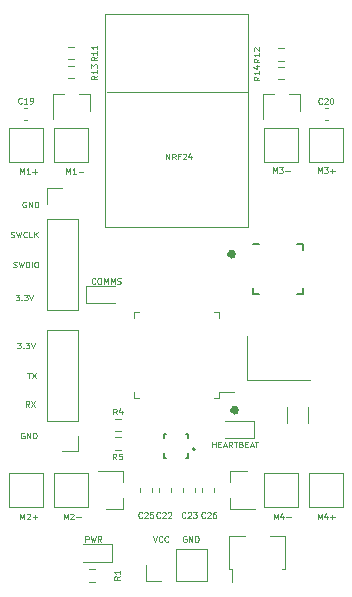
<source format=gbr>
%TF.GenerationSoftware,KiCad,Pcbnew,(5.1.9)-1*%
%TF.CreationDate,2021-03-06T18:52:22-05:00*%
%TF.ProjectId,final_design_v2,66696e61-6c5f-4646-9573-69676e5f7632,rev?*%
%TF.SameCoordinates,Original*%
%TF.FileFunction,Legend,Top*%
%TF.FilePolarity,Positive*%
%FSLAX46Y46*%
G04 Gerber Fmt 4.6, Leading zero omitted, Abs format (unit mm)*
G04 Created by KiCad (PCBNEW (5.1.9)-1) date 2021-03-06 18:52:22*
%MOMM*%
%LPD*%
G01*
G04 APERTURE LIST*
%ADD10C,0.400000*%
%ADD11C,0.100000*%
%ADD12C,0.450000*%
%ADD13C,0.120000*%
%ADD14C,0.127000*%
%ADD15C,0.200000*%
%ADD16C,0.150000*%
G04 APERTURE END LIST*
D10*
X154484605Y-108458000D02*
G75*
G03*
X154484605Y-108458000I-179605J0D01*
G01*
D11*
X150241047Y-119130000D02*
X150193428Y-119106190D01*
X150122000Y-119106190D01*
X150050571Y-119130000D01*
X150002952Y-119177619D01*
X149979142Y-119225238D01*
X149955333Y-119320476D01*
X149955333Y-119391904D01*
X149979142Y-119487142D01*
X150002952Y-119534761D01*
X150050571Y-119582380D01*
X150122000Y-119606190D01*
X150169619Y-119606190D01*
X150241047Y-119582380D01*
X150264857Y-119558571D01*
X150264857Y-119391904D01*
X150169619Y-119391904D01*
X150479142Y-119606190D02*
X150479142Y-119106190D01*
X150764857Y-119606190D01*
X150764857Y-119106190D01*
X151002952Y-119606190D02*
X151002952Y-119106190D01*
X151122000Y-119106190D01*
X151193428Y-119130000D01*
X151241047Y-119177619D01*
X151264857Y-119225238D01*
X151288666Y-119320476D01*
X151288666Y-119391904D01*
X151264857Y-119487142D01*
X151241047Y-119534761D01*
X151193428Y-119582380D01*
X151122000Y-119606190D01*
X151002952Y-119606190D01*
X147415333Y-119106190D02*
X147582000Y-119606190D01*
X147748666Y-119106190D01*
X148201047Y-119558571D02*
X148177238Y-119582380D01*
X148105809Y-119606190D01*
X148058190Y-119606190D01*
X147986761Y-119582380D01*
X147939142Y-119534761D01*
X147915333Y-119487142D01*
X147891523Y-119391904D01*
X147891523Y-119320476D01*
X147915333Y-119225238D01*
X147939142Y-119177619D01*
X147986761Y-119130000D01*
X148058190Y-119106190D01*
X148105809Y-119106190D01*
X148177238Y-119130000D01*
X148201047Y-119153809D01*
X148701047Y-119558571D02*
X148677238Y-119582380D01*
X148605809Y-119606190D01*
X148558190Y-119606190D01*
X148486761Y-119582380D01*
X148439142Y-119534761D01*
X148415333Y-119487142D01*
X148391523Y-119391904D01*
X148391523Y-119320476D01*
X148415333Y-119225238D01*
X148439142Y-119177619D01*
X148486761Y-119130000D01*
X148558190Y-119106190D01*
X148605809Y-119106190D01*
X148677238Y-119130000D01*
X148701047Y-119153809D01*
D12*
X154230605Y-95250000D02*
G75*
G03*
X154230605Y-95250000I-179605J0D01*
G01*
D11*
X148522666Y-87221190D02*
X148522666Y-86721190D01*
X148808380Y-87221190D01*
X148808380Y-86721190D01*
X149332190Y-87221190D02*
X149165523Y-86983095D01*
X149046476Y-87221190D02*
X149046476Y-86721190D01*
X149236952Y-86721190D01*
X149284571Y-86745000D01*
X149308380Y-86768809D01*
X149332190Y-86816428D01*
X149332190Y-86887857D01*
X149308380Y-86935476D01*
X149284571Y-86959285D01*
X149236952Y-86983095D01*
X149046476Y-86983095D01*
X149713142Y-86959285D02*
X149546476Y-86959285D01*
X149546476Y-87221190D02*
X149546476Y-86721190D01*
X149784571Y-86721190D01*
X149951238Y-86768809D02*
X149975047Y-86745000D01*
X150022666Y-86721190D01*
X150141714Y-86721190D01*
X150189333Y-86745000D01*
X150213142Y-86768809D01*
X150236952Y-86816428D01*
X150236952Y-86864047D01*
X150213142Y-86935476D01*
X149927428Y-87221190D01*
X150236952Y-87221190D01*
X150665523Y-86887857D02*
X150665523Y-87221190D01*
X150546476Y-86697380D02*
X150427428Y-87054523D01*
X150736952Y-87054523D01*
D13*
X143510000Y-81534000D02*
X155448000Y-81534000D01*
X143383000Y-74930000D02*
X143383000Y-92964000D01*
X155448000Y-74930000D02*
X143383000Y-74930000D01*
X155448000Y-92964000D02*
X155448000Y-74930000D01*
X143383000Y-92964000D02*
X155448000Y-92964000D01*
D11*
X136652047Y-90809000D02*
X136604428Y-90785190D01*
X136533000Y-90785190D01*
X136461571Y-90809000D01*
X136413952Y-90856619D01*
X136390142Y-90904238D01*
X136366333Y-90999476D01*
X136366333Y-91070904D01*
X136390142Y-91166142D01*
X136413952Y-91213761D01*
X136461571Y-91261380D01*
X136533000Y-91285190D01*
X136580619Y-91285190D01*
X136652047Y-91261380D01*
X136675857Y-91237571D01*
X136675857Y-91070904D01*
X136580619Y-91070904D01*
X136890142Y-91285190D02*
X136890142Y-90785190D01*
X137175857Y-91285190D01*
X137175857Y-90785190D01*
X137413952Y-91285190D02*
X137413952Y-90785190D01*
X137533000Y-90785190D01*
X137604428Y-90809000D01*
X137652047Y-90856619D01*
X137675857Y-90904238D01*
X137699666Y-90999476D01*
X137699666Y-91070904D01*
X137675857Y-91166142D01*
X137652047Y-91213761D01*
X137604428Y-91261380D01*
X137533000Y-91285190D01*
X137413952Y-91285190D01*
X135786904Y-98659190D02*
X136096428Y-98659190D01*
X135929761Y-98849666D01*
X136001190Y-98849666D01*
X136048809Y-98873476D01*
X136072619Y-98897285D01*
X136096428Y-98944904D01*
X136096428Y-99063952D01*
X136072619Y-99111571D01*
X136048809Y-99135380D01*
X136001190Y-99159190D01*
X135858333Y-99159190D01*
X135810714Y-99135380D01*
X135786904Y-99111571D01*
X136310714Y-99111571D02*
X136334523Y-99135380D01*
X136310714Y-99159190D01*
X136286904Y-99135380D01*
X136310714Y-99111571D01*
X136310714Y-99159190D01*
X136501190Y-98659190D02*
X136810714Y-98659190D01*
X136644047Y-98849666D01*
X136715476Y-98849666D01*
X136763095Y-98873476D01*
X136786904Y-98897285D01*
X136810714Y-98944904D01*
X136810714Y-99063952D01*
X136786904Y-99111571D01*
X136763095Y-99135380D01*
X136715476Y-99159190D01*
X136572619Y-99159190D01*
X136525000Y-99135380D01*
X136501190Y-99111571D01*
X136953571Y-98659190D02*
X137120238Y-99159190D01*
X137286904Y-98659190D01*
X135913904Y-102723190D02*
X136223428Y-102723190D01*
X136056761Y-102913666D01*
X136128190Y-102913666D01*
X136175809Y-102937476D01*
X136199619Y-102961285D01*
X136223428Y-103008904D01*
X136223428Y-103127952D01*
X136199619Y-103175571D01*
X136175809Y-103199380D01*
X136128190Y-103223190D01*
X135985333Y-103223190D01*
X135937714Y-103199380D01*
X135913904Y-103175571D01*
X136437714Y-103175571D02*
X136461523Y-103199380D01*
X136437714Y-103223190D01*
X136413904Y-103199380D01*
X136437714Y-103175571D01*
X136437714Y-103223190D01*
X136628190Y-102723190D02*
X136937714Y-102723190D01*
X136771047Y-102913666D01*
X136842476Y-102913666D01*
X136890095Y-102937476D01*
X136913904Y-102961285D01*
X136937714Y-103008904D01*
X136937714Y-103127952D01*
X136913904Y-103175571D01*
X136890095Y-103199380D01*
X136842476Y-103223190D01*
X136699619Y-103223190D01*
X136652000Y-103199380D01*
X136628190Y-103175571D01*
X137080571Y-102723190D02*
X137247238Y-103223190D01*
X137413904Y-102723190D01*
X136525047Y-110367000D02*
X136477428Y-110343190D01*
X136406000Y-110343190D01*
X136334571Y-110367000D01*
X136286952Y-110414619D01*
X136263142Y-110462238D01*
X136239333Y-110557476D01*
X136239333Y-110628904D01*
X136263142Y-110724142D01*
X136286952Y-110771761D01*
X136334571Y-110819380D01*
X136406000Y-110843190D01*
X136453619Y-110843190D01*
X136525047Y-110819380D01*
X136548857Y-110795571D01*
X136548857Y-110628904D01*
X136453619Y-110628904D01*
X136763142Y-110843190D02*
X136763142Y-110343190D01*
X137048857Y-110843190D01*
X137048857Y-110343190D01*
X137286952Y-110843190D02*
X137286952Y-110343190D01*
X137406000Y-110343190D01*
X137477428Y-110367000D01*
X137525047Y-110414619D01*
X137548857Y-110462238D01*
X137572666Y-110557476D01*
X137572666Y-110628904D01*
X137548857Y-110724142D01*
X137525047Y-110771761D01*
X137477428Y-110819380D01*
X137406000Y-110843190D01*
X137286952Y-110843190D01*
X136949666Y-108176190D02*
X136783000Y-107938095D01*
X136663952Y-108176190D02*
X136663952Y-107676190D01*
X136854428Y-107676190D01*
X136902047Y-107700000D01*
X136925857Y-107723809D01*
X136949666Y-107771428D01*
X136949666Y-107842857D01*
X136925857Y-107890476D01*
X136902047Y-107914285D01*
X136854428Y-107938095D01*
X136663952Y-107938095D01*
X137116333Y-107676190D02*
X137449666Y-108176190D01*
X137449666Y-107676190D02*
X137116333Y-108176190D01*
X136779047Y-105263190D02*
X137064761Y-105263190D01*
X136921904Y-105763190D02*
X136921904Y-105263190D01*
X137183809Y-105263190D02*
X137517142Y-105763190D01*
X137517142Y-105263190D02*
X137183809Y-105763190D01*
X135592476Y-96341380D02*
X135663904Y-96365190D01*
X135782952Y-96365190D01*
X135830571Y-96341380D01*
X135854380Y-96317571D01*
X135878190Y-96269952D01*
X135878190Y-96222333D01*
X135854380Y-96174714D01*
X135830571Y-96150904D01*
X135782952Y-96127095D01*
X135687714Y-96103285D01*
X135640095Y-96079476D01*
X135616285Y-96055666D01*
X135592476Y-96008047D01*
X135592476Y-95960428D01*
X135616285Y-95912809D01*
X135640095Y-95889000D01*
X135687714Y-95865190D01*
X135806761Y-95865190D01*
X135878190Y-95889000D01*
X136044857Y-95865190D02*
X136163904Y-96365190D01*
X136259142Y-96008047D01*
X136354380Y-96365190D01*
X136473428Y-95865190D01*
X136663904Y-96365190D02*
X136663904Y-95865190D01*
X136782952Y-95865190D01*
X136854380Y-95889000D01*
X136902000Y-95936619D01*
X136925809Y-95984238D01*
X136949619Y-96079476D01*
X136949619Y-96150904D01*
X136925809Y-96246142D01*
X136902000Y-96293761D01*
X136854380Y-96341380D01*
X136782952Y-96365190D01*
X136663904Y-96365190D01*
X137163904Y-96365190D02*
X137163904Y-95865190D01*
X137497238Y-95865190D02*
X137592476Y-95865190D01*
X137640095Y-95889000D01*
X137687714Y-95936619D01*
X137711523Y-96031857D01*
X137711523Y-96198523D01*
X137687714Y-96293761D01*
X137640095Y-96341380D01*
X137592476Y-96365190D01*
X137497238Y-96365190D01*
X137449619Y-96341380D01*
X137402000Y-96293761D01*
X137378190Y-96198523D01*
X137378190Y-96031857D01*
X137402000Y-95936619D01*
X137449619Y-95889000D01*
X137497238Y-95865190D01*
X135394047Y-93801380D02*
X135465476Y-93825190D01*
X135584523Y-93825190D01*
X135632142Y-93801380D01*
X135655952Y-93777571D01*
X135679761Y-93729952D01*
X135679761Y-93682333D01*
X135655952Y-93634714D01*
X135632142Y-93610904D01*
X135584523Y-93587095D01*
X135489285Y-93563285D01*
X135441666Y-93539476D01*
X135417857Y-93515666D01*
X135394047Y-93468047D01*
X135394047Y-93420428D01*
X135417857Y-93372809D01*
X135441666Y-93349000D01*
X135489285Y-93325190D01*
X135608333Y-93325190D01*
X135679761Y-93349000D01*
X135846428Y-93325190D02*
X135965476Y-93825190D01*
X136060714Y-93468047D01*
X136155952Y-93825190D01*
X136275000Y-93325190D01*
X136751190Y-93777571D02*
X136727380Y-93801380D01*
X136655952Y-93825190D01*
X136608333Y-93825190D01*
X136536904Y-93801380D01*
X136489285Y-93753761D01*
X136465476Y-93706142D01*
X136441666Y-93610904D01*
X136441666Y-93539476D01*
X136465476Y-93444238D01*
X136489285Y-93396619D01*
X136536904Y-93349000D01*
X136608333Y-93325190D01*
X136655952Y-93325190D01*
X136727380Y-93349000D01*
X136751190Y-93372809D01*
X137203571Y-93825190D02*
X136965476Y-93825190D01*
X136965476Y-93325190D01*
X137370238Y-93825190D02*
X137370238Y-93325190D01*
X137655952Y-93825190D02*
X137441666Y-93539476D01*
X137655952Y-93325190D02*
X137370238Y-93610904D01*
D13*
%TO.C,C19*%
X136785567Y-83898200D02*
X136493033Y-83898200D01*
X136785567Y-82878200D02*
X136493033Y-82878200D01*
%TO.C,C20*%
X161943833Y-82903600D02*
X162236367Y-82903600D01*
X161943833Y-83923600D02*
X162236367Y-83923600D01*
%TO.C,C22*%
X147914900Y-115068133D02*
X147914900Y-115360667D01*
X148934900Y-115068133D02*
X148934900Y-115360667D01*
%TO.C,C23*%
X149997700Y-115068133D02*
X149997700Y-115360667D01*
X151017700Y-115068133D02*
X151017700Y-115360667D01*
%TO.C,C25*%
X147309300Y-115068133D02*
X147309300Y-115360667D01*
X146289300Y-115068133D02*
X146289300Y-115360667D01*
%TO.C,C26*%
X152617900Y-115068133D02*
X152617900Y-115360667D01*
X151597900Y-115068133D02*
X151597900Y-115360667D01*
%TO.C,PWR*%
X141478100Y-121283400D02*
X143938100Y-121283400D01*
X143938100Y-121283400D02*
X143938100Y-119813400D01*
X143938100Y-119813400D02*
X141478100Y-119813400D01*
%TO.C,HEARTBEAT*%
X156003100Y-109374000D02*
X153543100Y-109374000D01*
X156003100Y-110844000D02*
X156003100Y-109374000D01*
X153543100Y-110844000D02*
X156003100Y-110844000D01*
%TO.C,COMMS*%
X144246500Y-97944000D02*
X141786500Y-97944000D01*
X141786500Y-97944000D02*
X141786500Y-99414000D01*
X141786500Y-99414000D02*
X144246500Y-99414000D01*
%TO.C,SWD*%
X138408100Y-99958200D02*
X141068100Y-99958200D01*
X138408100Y-92278200D02*
X138408100Y-99958200D01*
X141068100Y-92278200D02*
X141068100Y-99958200D01*
X138408100Y-92278200D02*
X141068100Y-92278200D01*
X138408100Y-91008200D02*
X138408100Y-89678200D01*
X138408100Y-89678200D02*
X139738100Y-89678200D01*
%TO.C,UART*%
X141068100Y-111947000D02*
X139738100Y-111947000D01*
X141068100Y-110617000D02*
X141068100Y-111947000D01*
X141068100Y-109347000D02*
X138408100Y-109347000D01*
X138408100Y-109347000D02*
X138408100Y-101667000D01*
X141068100Y-109347000D02*
X141068100Y-101667000D01*
X141068100Y-101667000D02*
X138408100Y-101667000D01*
%TO.C,J3*%
X151990100Y-122894400D02*
X151990100Y-120234400D01*
X149390100Y-122894400D02*
X151990100Y-122894400D01*
X149390100Y-120234400D02*
X151990100Y-120234400D01*
X149390100Y-122894400D02*
X149390100Y-120234400D01*
X148120100Y-122894400D02*
X146790100Y-122894400D01*
X146790100Y-122894400D02*
X146790100Y-121564400D01*
%TO.C,M1+*%
X135240100Y-87454400D02*
X135240100Y-84554400D01*
X138140100Y-87454400D02*
X135240100Y-87454400D01*
X138140100Y-84554400D02*
X138140100Y-87454400D01*
X135240100Y-84554400D02*
X138140100Y-84554400D01*
%TO.C,M1-*%
X139050100Y-87454400D02*
X139050100Y-84554400D01*
X141950100Y-87454400D02*
X139050100Y-87454400D01*
X141950100Y-84554400D02*
X141950100Y-87454400D01*
X139050100Y-84554400D02*
X141950100Y-84554400D01*
%TO.C,M3+*%
X163540100Y-87454400D02*
X160640100Y-87454400D01*
X160640100Y-87454400D02*
X160640100Y-84554400D01*
X160640100Y-84554400D02*
X163540100Y-84554400D01*
X163540100Y-84554400D02*
X163540100Y-87454400D01*
%TO.C,M3-*%
X159730100Y-84554400D02*
X159730100Y-87454400D01*
X156830100Y-84554400D02*
X159730100Y-84554400D01*
X156830100Y-87454400D02*
X156830100Y-84554400D01*
X159730100Y-87454400D02*
X156830100Y-87454400D01*
%TO.C,M2+*%
X135240100Y-113764400D02*
X138140100Y-113764400D01*
X138140100Y-113764400D02*
X138140100Y-116664400D01*
X138140100Y-116664400D02*
X135240100Y-116664400D01*
X135240100Y-116664400D02*
X135240100Y-113764400D01*
%TO.C,M2-*%
X139050100Y-116664400D02*
X139050100Y-113764400D01*
X141950100Y-116664400D02*
X139050100Y-116664400D01*
X141950100Y-113764400D02*
X141950100Y-116664400D01*
X139050100Y-113764400D02*
X141950100Y-113764400D01*
%TO.C,M4+*%
X163540100Y-116664400D02*
X160640100Y-116664400D01*
X160640100Y-116664400D02*
X160640100Y-113764400D01*
X160640100Y-113764400D02*
X163540100Y-113764400D01*
X163540100Y-113764400D02*
X163540100Y-116664400D01*
%TO.C,M4-*%
X159730100Y-113764400D02*
X159730100Y-116664400D01*
X156830100Y-113764400D02*
X159730100Y-113764400D01*
X156830100Y-116664400D02*
X156830100Y-113764400D01*
X159730100Y-116664400D02*
X156830100Y-116664400D01*
%TO.C,Q1*%
X142080100Y-81663000D02*
X142080100Y-83123000D01*
X138920100Y-81663000D02*
X138920100Y-83823000D01*
X138920100Y-81663000D02*
X139850100Y-81663000D01*
X142080100Y-81663000D02*
X141150100Y-81663000D01*
%TO.C,Q2*%
X159860100Y-81663000D02*
X159860100Y-83123000D01*
X156700100Y-81663000D02*
X156700100Y-83823000D01*
X156700100Y-81663000D02*
X157630100Y-81663000D01*
X159860100Y-81663000D02*
X158930100Y-81663000D01*
%TO.C,Q3*%
X144917700Y-116794400D02*
X144917700Y-115864400D01*
X144917700Y-113634400D02*
X144917700Y-114564400D01*
X144917700Y-113634400D02*
X142757700Y-113634400D01*
X144917700Y-116794400D02*
X143457700Y-116794400D01*
%TO.C,Q4*%
X153938700Y-113634400D02*
X153938700Y-114564400D01*
X153938700Y-116794400D02*
X153938700Y-115864400D01*
X153938700Y-116794400D02*
X156098700Y-116794400D01*
X153938700Y-113634400D02*
X155398700Y-113634400D01*
%TO.C,R1*%
X142023376Y-122975900D02*
X142532824Y-122975900D01*
X142023376Y-121930900D02*
X142532824Y-121930900D01*
%TO.C,R4*%
X144182376Y-110225100D02*
X144691824Y-110225100D01*
X144182376Y-109180100D02*
X144691824Y-109180100D01*
%TO.C,R5*%
X144182376Y-111799900D02*
X144691824Y-111799900D01*
X144182376Y-110754900D02*
X144691824Y-110754900D01*
%TO.C,R11*%
X140194576Y-78754500D02*
X140704024Y-78754500D01*
X140194576Y-77709500D02*
X140704024Y-77709500D01*
%TO.C,R12*%
X158534824Y-77811100D02*
X158025376Y-77811100D01*
X158534824Y-78856100D02*
X158025376Y-78856100D01*
%TO.C,R13*%
X140194576Y-79309700D02*
X140704024Y-79309700D01*
X140194576Y-80354700D02*
X140704024Y-80354700D01*
%TO.C,R14*%
X158025376Y-79385900D02*
X158534824Y-79385900D01*
X158025376Y-80430900D02*
X158534824Y-80430900D01*
%TO.C,U1*%
X146230100Y-100174400D02*
X145780100Y-100174400D01*
X145780100Y-100174400D02*
X145780100Y-100624400D01*
X152550100Y-100174400D02*
X153000100Y-100174400D01*
X153000100Y-100174400D02*
X153000100Y-100624400D01*
X146230100Y-107394400D02*
X145780100Y-107394400D01*
X145780100Y-107394400D02*
X145780100Y-106944400D01*
X152550100Y-107394400D02*
X153000100Y-107394400D01*
X153000100Y-107394400D02*
X153000100Y-106944400D01*
X153000100Y-106944400D02*
X154290100Y-106944400D01*
D14*
%TO.C,U2*%
X150240100Y-110425200D02*
X150420100Y-110425200D01*
X150420100Y-110425200D02*
X150420100Y-110825200D01*
X150420100Y-112085200D02*
X150420100Y-112485200D01*
X150420100Y-112485200D02*
X150240100Y-112485200D01*
X148540100Y-112485200D02*
X148360100Y-112485200D01*
X148360100Y-112485200D02*
X148360100Y-112085200D01*
X148540100Y-110425200D02*
X148360100Y-110425200D01*
X148360100Y-110425200D02*
X148360100Y-110825200D01*
D15*
X150990100Y-111755200D02*
G75*
G03*
X150990100Y-111755200I-100000J0D01*
G01*
D13*
%TO.C,U3*%
X157298100Y-119142400D02*
X158608100Y-119142400D01*
X158608100Y-119142400D02*
X158608100Y-121862400D01*
X154118100Y-123002400D02*
X154118100Y-121862400D01*
X153888100Y-119142400D02*
X155198100Y-119142400D01*
X153888100Y-121862400D02*
X153888100Y-119142400D01*
X153888100Y-121862400D02*
X154118100Y-121862400D01*
X158608100Y-121862400D02*
X158378100Y-121862400D01*
D16*
%TO.C,U5*%
X160164100Y-94338800D02*
X160164100Y-94863800D01*
X155864100Y-98638800D02*
X155864100Y-98113800D01*
X160164100Y-98638800D02*
X160164100Y-98113800D01*
X155864100Y-94338800D02*
X156389100Y-94338800D01*
X155864100Y-98638800D02*
X156389100Y-98638800D01*
X160164100Y-98638800D02*
X159639100Y-98638800D01*
X160164100Y-94338800D02*
X159639100Y-94338800D01*
D13*
%TO.C,Y1*%
X158802166Y-108145842D02*
X158802166Y-109495842D01*
X160552166Y-108145842D02*
X160552166Y-109495842D01*
%TO.C,Y2*%
X155376100Y-102188400D02*
X155376100Y-105888400D01*
X155376100Y-105888400D02*
X160676100Y-105888400D01*
%TO.C,C19*%
D11*
X136305171Y-82449171D02*
X136281361Y-82472980D01*
X136209933Y-82496790D01*
X136162314Y-82496790D01*
X136090885Y-82472980D01*
X136043266Y-82425361D01*
X136019457Y-82377742D01*
X135995647Y-82282504D01*
X135995647Y-82211076D01*
X136019457Y-82115838D01*
X136043266Y-82068219D01*
X136090885Y-82020600D01*
X136162314Y-81996790D01*
X136209933Y-81996790D01*
X136281361Y-82020600D01*
X136305171Y-82044409D01*
X136781361Y-82496790D02*
X136495647Y-82496790D01*
X136638504Y-82496790D02*
X136638504Y-81996790D01*
X136590885Y-82068219D01*
X136543266Y-82115838D01*
X136495647Y-82139647D01*
X137019457Y-82496790D02*
X137114695Y-82496790D01*
X137162314Y-82472980D01*
X137186123Y-82449171D01*
X137233742Y-82377742D01*
X137257552Y-82282504D01*
X137257552Y-82092028D01*
X137233742Y-82044409D01*
X137209933Y-82020600D01*
X137162314Y-81996790D01*
X137067076Y-81996790D01*
X137019457Y-82020600D01*
X136995647Y-82044409D01*
X136971838Y-82092028D01*
X136971838Y-82211076D01*
X136995647Y-82258695D01*
X137019457Y-82282504D01*
X137067076Y-82306314D01*
X137162314Y-82306314D01*
X137209933Y-82282504D01*
X137233742Y-82258695D01*
X137257552Y-82211076D01*
%TO.C,C20*%
X161730571Y-82474571D02*
X161706761Y-82498380D01*
X161635333Y-82522190D01*
X161587714Y-82522190D01*
X161516285Y-82498380D01*
X161468666Y-82450761D01*
X161444857Y-82403142D01*
X161421047Y-82307904D01*
X161421047Y-82236476D01*
X161444857Y-82141238D01*
X161468666Y-82093619D01*
X161516285Y-82046000D01*
X161587714Y-82022190D01*
X161635333Y-82022190D01*
X161706761Y-82046000D01*
X161730571Y-82069809D01*
X161921047Y-82069809D02*
X161944857Y-82046000D01*
X161992476Y-82022190D01*
X162111523Y-82022190D01*
X162159142Y-82046000D01*
X162182952Y-82069809D01*
X162206761Y-82117428D01*
X162206761Y-82165047D01*
X162182952Y-82236476D01*
X161897238Y-82522190D01*
X162206761Y-82522190D01*
X162516285Y-82022190D02*
X162563904Y-82022190D01*
X162611523Y-82046000D01*
X162635333Y-82069809D01*
X162659142Y-82117428D01*
X162682952Y-82212666D01*
X162682952Y-82331714D01*
X162659142Y-82426952D01*
X162635333Y-82474571D01*
X162611523Y-82498380D01*
X162563904Y-82522190D01*
X162516285Y-82522190D01*
X162468666Y-82498380D01*
X162444857Y-82474571D01*
X162421047Y-82426952D01*
X162397238Y-82331714D01*
X162397238Y-82212666D01*
X162421047Y-82117428D01*
X162444857Y-82069809D01*
X162468666Y-82046000D01*
X162516285Y-82022190D01*
%TO.C,C22*%
X148014571Y-117526571D02*
X147990761Y-117550380D01*
X147919333Y-117574190D01*
X147871714Y-117574190D01*
X147800285Y-117550380D01*
X147752666Y-117502761D01*
X147728857Y-117455142D01*
X147705047Y-117359904D01*
X147705047Y-117288476D01*
X147728857Y-117193238D01*
X147752666Y-117145619D01*
X147800285Y-117098000D01*
X147871714Y-117074190D01*
X147919333Y-117074190D01*
X147990761Y-117098000D01*
X148014571Y-117121809D01*
X148205047Y-117121809D02*
X148228857Y-117098000D01*
X148276476Y-117074190D01*
X148395523Y-117074190D01*
X148443142Y-117098000D01*
X148466952Y-117121809D01*
X148490761Y-117169428D01*
X148490761Y-117217047D01*
X148466952Y-117288476D01*
X148181238Y-117574190D01*
X148490761Y-117574190D01*
X148681238Y-117121809D02*
X148705047Y-117098000D01*
X148752666Y-117074190D01*
X148871714Y-117074190D01*
X148919333Y-117098000D01*
X148943142Y-117121809D01*
X148966952Y-117169428D01*
X148966952Y-117217047D01*
X148943142Y-117288476D01*
X148657428Y-117574190D01*
X148966952Y-117574190D01*
%TO.C,C23*%
X150173571Y-117526571D02*
X150149761Y-117550380D01*
X150078333Y-117574190D01*
X150030714Y-117574190D01*
X149959285Y-117550380D01*
X149911666Y-117502761D01*
X149887857Y-117455142D01*
X149864047Y-117359904D01*
X149864047Y-117288476D01*
X149887857Y-117193238D01*
X149911666Y-117145619D01*
X149959285Y-117098000D01*
X150030714Y-117074190D01*
X150078333Y-117074190D01*
X150149761Y-117098000D01*
X150173571Y-117121809D01*
X150364047Y-117121809D02*
X150387857Y-117098000D01*
X150435476Y-117074190D01*
X150554523Y-117074190D01*
X150602142Y-117098000D01*
X150625952Y-117121809D01*
X150649761Y-117169428D01*
X150649761Y-117217047D01*
X150625952Y-117288476D01*
X150340238Y-117574190D01*
X150649761Y-117574190D01*
X150816428Y-117074190D02*
X151125952Y-117074190D01*
X150959285Y-117264666D01*
X151030714Y-117264666D01*
X151078333Y-117288476D01*
X151102142Y-117312285D01*
X151125952Y-117359904D01*
X151125952Y-117478952D01*
X151102142Y-117526571D01*
X151078333Y-117550380D01*
X151030714Y-117574190D01*
X150887857Y-117574190D01*
X150840238Y-117550380D01*
X150816428Y-117526571D01*
%TO.C,C25*%
X146490571Y-117526571D02*
X146466761Y-117550380D01*
X146395333Y-117574190D01*
X146347714Y-117574190D01*
X146276285Y-117550380D01*
X146228666Y-117502761D01*
X146204857Y-117455142D01*
X146181047Y-117359904D01*
X146181047Y-117288476D01*
X146204857Y-117193238D01*
X146228666Y-117145619D01*
X146276285Y-117098000D01*
X146347714Y-117074190D01*
X146395333Y-117074190D01*
X146466761Y-117098000D01*
X146490571Y-117121809D01*
X146681047Y-117121809D02*
X146704857Y-117098000D01*
X146752476Y-117074190D01*
X146871523Y-117074190D01*
X146919142Y-117098000D01*
X146942952Y-117121809D01*
X146966761Y-117169428D01*
X146966761Y-117217047D01*
X146942952Y-117288476D01*
X146657238Y-117574190D01*
X146966761Y-117574190D01*
X147419142Y-117074190D02*
X147181047Y-117074190D01*
X147157238Y-117312285D01*
X147181047Y-117288476D01*
X147228666Y-117264666D01*
X147347714Y-117264666D01*
X147395333Y-117288476D01*
X147419142Y-117312285D01*
X147442952Y-117359904D01*
X147442952Y-117478952D01*
X147419142Y-117526571D01*
X147395333Y-117550380D01*
X147347714Y-117574190D01*
X147228666Y-117574190D01*
X147181047Y-117550380D01*
X147157238Y-117526571D01*
%TO.C,C26*%
X151824571Y-117526571D02*
X151800761Y-117550380D01*
X151729333Y-117574190D01*
X151681714Y-117574190D01*
X151610285Y-117550380D01*
X151562666Y-117502761D01*
X151538857Y-117455142D01*
X151515047Y-117359904D01*
X151515047Y-117288476D01*
X151538857Y-117193238D01*
X151562666Y-117145619D01*
X151610285Y-117098000D01*
X151681714Y-117074190D01*
X151729333Y-117074190D01*
X151800761Y-117098000D01*
X151824571Y-117121809D01*
X152015047Y-117121809D02*
X152038857Y-117098000D01*
X152086476Y-117074190D01*
X152205523Y-117074190D01*
X152253142Y-117098000D01*
X152276952Y-117121809D01*
X152300761Y-117169428D01*
X152300761Y-117217047D01*
X152276952Y-117288476D01*
X151991238Y-117574190D01*
X152300761Y-117574190D01*
X152729333Y-117074190D02*
X152634095Y-117074190D01*
X152586476Y-117098000D01*
X152562666Y-117121809D01*
X152515047Y-117193238D01*
X152491238Y-117288476D01*
X152491238Y-117478952D01*
X152515047Y-117526571D01*
X152538857Y-117550380D01*
X152586476Y-117574190D01*
X152681714Y-117574190D01*
X152729333Y-117550380D01*
X152753142Y-117526571D01*
X152776952Y-117478952D01*
X152776952Y-117359904D01*
X152753142Y-117312285D01*
X152729333Y-117288476D01*
X152681714Y-117264666D01*
X152586476Y-117264666D01*
X152538857Y-117288476D01*
X152515047Y-117312285D01*
X152491238Y-117359904D01*
%TO.C,PWR*%
X141700333Y-119606190D02*
X141700333Y-119106190D01*
X141890809Y-119106190D01*
X141938428Y-119130000D01*
X141962238Y-119153809D01*
X141986047Y-119201428D01*
X141986047Y-119272857D01*
X141962238Y-119320476D01*
X141938428Y-119344285D01*
X141890809Y-119368095D01*
X141700333Y-119368095D01*
X142152714Y-119106190D02*
X142271761Y-119606190D01*
X142367000Y-119249047D01*
X142462238Y-119606190D01*
X142581285Y-119106190D01*
X143057476Y-119606190D02*
X142890809Y-119368095D01*
X142771761Y-119606190D02*
X142771761Y-119106190D01*
X142962238Y-119106190D01*
X143009857Y-119130000D01*
X143033666Y-119153809D01*
X143057476Y-119201428D01*
X143057476Y-119272857D01*
X143033666Y-119320476D01*
X143009857Y-119344285D01*
X142962238Y-119368095D01*
X142771761Y-119368095D01*
%TO.C,HEARTBEAT*%
X152438338Y-111605190D02*
X152438338Y-111105190D01*
X152438338Y-111343285D02*
X152724052Y-111343285D01*
X152724052Y-111605190D02*
X152724052Y-111105190D01*
X152962147Y-111343285D02*
X153128814Y-111343285D01*
X153200242Y-111605190D02*
X152962147Y-111605190D01*
X152962147Y-111105190D01*
X153200242Y-111105190D01*
X153390719Y-111462333D02*
X153628814Y-111462333D01*
X153343100Y-111605190D02*
X153509766Y-111105190D01*
X153676433Y-111605190D01*
X154128814Y-111605190D02*
X153962147Y-111367095D01*
X153843100Y-111605190D02*
X153843100Y-111105190D01*
X154033576Y-111105190D01*
X154081195Y-111129000D01*
X154105004Y-111152809D01*
X154128814Y-111200428D01*
X154128814Y-111271857D01*
X154105004Y-111319476D01*
X154081195Y-111343285D01*
X154033576Y-111367095D01*
X153843100Y-111367095D01*
X154271671Y-111105190D02*
X154557385Y-111105190D01*
X154414528Y-111605190D02*
X154414528Y-111105190D01*
X154890719Y-111343285D02*
X154962147Y-111367095D01*
X154985957Y-111390904D01*
X155009766Y-111438523D01*
X155009766Y-111509952D01*
X154985957Y-111557571D01*
X154962147Y-111581380D01*
X154914528Y-111605190D01*
X154724052Y-111605190D01*
X154724052Y-111105190D01*
X154890719Y-111105190D01*
X154938338Y-111129000D01*
X154962147Y-111152809D01*
X154985957Y-111200428D01*
X154985957Y-111248047D01*
X154962147Y-111295666D01*
X154938338Y-111319476D01*
X154890719Y-111343285D01*
X154724052Y-111343285D01*
X155224052Y-111343285D02*
X155390719Y-111343285D01*
X155462147Y-111605190D02*
X155224052Y-111605190D01*
X155224052Y-111105190D01*
X155462147Y-111105190D01*
X155652623Y-111462333D02*
X155890719Y-111462333D01*
X155605004Y-111605190D02*
X155771671Y-111105190D01*
X155938338Y-111605190D01*
X156033576Y-111105190D02*
X156319290Y-111105190D01*
X156176433Y-111605190D02*
X156176433Y-111105190D01*
%TO.C,COMMS*%
X142529833Y-97714571D02*
X142506023Y-97738380D01*
X142434595Y-97762190D01*
X142386976Y-97762190D01*
X142315547Y-97738380D01*
X142267928Y-97690761D01*
X142244119Y-97643142D01*
X142220309Y-97547904D01*
X142220309Y-97476476D01*
X142244119Y-97381238D01*
X142267928Y-97333619D01*
X142315547Y-97286000D01*
X142386976Y-97262190D01*
X142434595Y-97262190D01*
X142506023Y-97286000D01*
X142529833Y-97309809D01*
X142839357Y-97262190D02*
X142934595Y-97262190D01*
X142982214Y-97286000D01*
X143029833Y-97333619D01*
X143053642Y-97428857D01*
X143053642Y-97595523D01*
X143029833Y-97690761D01*
X142982214Y-97738380D01*
X142934595Y-97762190D01*
X142839357Y-97762190D01*
X142791738Y-97738380D01*
X142744119Y-97690761D01*
X142720309Y-97595523D01*
X142720309Y-97428857D01*
X142744119Y-97333619D01*
X142791738Y-97286000D01*
X142839357Y-97262190D01*
X143267928Y-97762190D02*
X143267928Y-97262190D01*
X143434595Y-97619333D01*
X143601261Y-97262190D01*
X143601261Y-97762190D01*
X143839357Y-97762190D02*
X143839357Y-97262190D01*
X144006023Y-97619333D01*
X144172690Y-97262190D01*
X144172690Y-97762190D01*
X144386976Y-97738380D02*
X144458404Y-97762190D01*
X144577452Y-97762190D01*
X144625071Y-97738380D01*
X144648880Y-97714571D01*
X144672690Y-97666952D01*
X144672690Y-97619333D01*
X144648880Y-97571714D01*
X144625071Y-97547904D01*
X144577452Y-97524095D01*
X144482214Y-97500285D01*
X144434595Y-97476476D01*
X144410785Y-97452666D01*
X144386976Y-97405047D01*
X144386976Y-97357428D01*
X144410785Y-97309809D01*
X144434595Y-97286000D01*
X144482214Y-97262190D01*
X144601261Y-97262190D01*
X144672690Y-97286000D01*
%TO.C,M1+*%
X136166314Y-88440390D02*
X136166314Y-87940390D01*
X136332980Y-88297533D01*
X136499647Y-87940390D01*
X136499647Y-88440390D01*
X136999647Y-88440390D02*
X136713933Y-88440390D01*
X136856790Y-88440390D02*
X136856790Y-87940390D01*
X136809171Y-88011819D01*
X136761552Y-88059438D01*
X136713933Y-88083247D01*
X137213933Y-88249914D02*
X137594885Y-88249914D01*
X137404409Y-88440390D02*
X137404409Y-88059438D01*
%TO.C,M1-*%
X140077914Y-88440390D02*
X140077914Y-87940390D01*
X140244580Y-88297533D01*
X140411247Y-87940390D01*
X140411247Y-88440390D01*
X140911247Y-88440390D02*
X140625533Y-88440390D01*
X140768390Y-88440390D02*
X140768390Y-87940390D01*
X140720771Y-88011819D01*
X140673152Y-88059438D01*
X140625533Y-88083247D01*
X141125533Y-88249914D02*
X141506485Y-88249914D01*
%TO.C,M3+*%
X161375814Y-88378590D02*
X161375814Y-87878590D01*
X161542480Y-88235733D01*
X161709147Y-87878590D01*
X161709147Y-88378590D01*
X161899623Y-87878590D02*
X162209147Y-87878590D01*
X162042480Y-88069066D01*
X162113909Y-88069066D01*
X162161528Y-88092876D01*
X162185338Y-88116685D01*
X162209147Y-88164304D01*
X162209147Y-88283352D01*
X162185338Y-88330971D01*
X162161528Y-88354780D01*
X162113909Y-88378590D01*
X161971052Y-88378590D01*
X161923433Y-88354780D01*
X161899623Y-88330971D01*
X162423433Y-88188114D02*
X162804385Y-88188114D01*
X162613909Y-88378590D02*
X162613909Y-87997638D01*
%TO.C,M3-*%
X157565814Y-88378590D02*
X157565814Y-87878590D01*
X157732480Y-88235733D01*
X157899147Y-87878590D01*
X157899147Y-88378590D01*
X158089623Y-87878590D02*
X158399147Y-87878590D01*
X158232480Y-88069066D01*
X158303909Y-88069066D01*
X158351528Y-88092876D01*
X158375338Y-88116685D01*
X158399147Y-88164304D01*
X158399147Y-88283352D01*
X158375338Y-88330971D01*
X158351528Y-88354780D01*
X158303909Y-88378590D01*
X158161052Y-88378590D01*
X158113433Y-88354780D01*
X158089623Y-88330971D01*
X158613433Y-88188114D02*
X158994385Y-88188114D01*
%TO.C,M2+*%
X136191714Y-117701190D02*
X136191714Y-117201190D01*
X136358380Y-117558333D01*
X136525047Y-117201190D01*
X136525047Y-117701190D01*
X136739333Y-117248809D02*
X136763142Y-117225000D01*
X136810761Y-117201190D01*
X136929809Y-117201190D01*
X136977428Y-117225000D01*
X137001238Y-117248809D01*
X137025047Y-117296428D01*
X137025047Y-117344047D01*
X137001238Y-117415476D01*
X136715523Y-117701190D01*
X137025047Y-117701190D01*
X137239333Y-117510714D02*
X137620285Y-117510714D01*
X137429809Y-117701190D02*
X137429809Y-117320238D01*
%TO.C,M2-*%
X139874714Y-117701190D02*
X139874714Y-117201190D01*
X140041380Y-117558333D01*
X140208047Y-117201190D01*
X140208047Y-117701190D01*
X140422333Y-117248809D02*
X140446142Y-117225000D01*
X140493761Y-117201190D01*
X140612809Y-117201190D01*
X140660428Y-117225000D01*
X140684238Y-117248809D01*
X140708047Y-117296428D01*
X140708047Y-117344047D01*
X140684238Y-117415476D01*
X140398523Y-117701190D01*
X140708047Y-117701190D01*
X140922333Y-117510714D02*
X141303285Y-117510714D01*
%TO.C,M4+*%
X161375814Y-117701190D02*
X161375814Y-117201190D01*
X161542480Y-117558333D01*
X161709147Y-117201190D01*
X161709147Y-117701190D01*
X162161528Y-117367857D02*
X162161528Y-117701190D01*
X162042480Y-117177380D02*
X161923433Y-117534523D01*
X162232957Y-117534523D01*
X162423433Y-117510714D02*
X162804385Y-117510714D01*
X162613909Y-117701190D02*
X162613909Y-117320238D01*
%TO.C,M4-*%
X157654714Y-117701190D02*
X157654714Y-117201190D01*
X157821380Y-117558333D01*
X157988047Y-117201190D01*
X157988047Y-117701190D01*
X158440428Y-117367857D02*
X158440428Y-117701190D01*
X158321380Y-117177380D02*
X158202333Y-117534523D01*
X158511857Y-117534523D01*
X158702333Y-117510714D02*
X159083285Y-117510714D01*
%TO.C,R1*%
X144625190Y-122511333D02*
X144387095Y-122678000D01*
X144625190Y-122797047D02*
X144125190Y-122797047D01*
X144125190Y-122606571D01*
X144149000Y-122558952D01*
X144172809Y-122535142D01*
X144220428Y-122511333D01*
X144291857Y-122511333D01*
X144339476Y-122535142D01*
X144363285Y-122558952D01*
X144387095Y-122606571D01*
X144387095Y-122797047D01*
X144625190Y-122035142D02*
X144625190Y-122320857D01*
X144625190Y-122178000D02*
X144125190Y-122178000D01*
X144196619Y-122225619D01*
X144244238Y-122273238D01*
X144268047Y-122320857D01*
%TO.C,R4*%
X144353766Y-108811190D02*
X144187100Y-108573095D01*
X144068052Y-108811190D02*
X144068052Y-108311190D01*
X144258528Y-108311190D01*
X144306147Y-108335000D01*
X144329957Y-108358809D01*
X144353766Y-108406428D01*
X144353766Y-108477857D01*
X144329957Y-108525476D01*
X144306147Y-108549285D01*
X144258528Y-108573095D01*
X144068052Y-108573095D01*
X144782338Y-108477857D02*
X144782338Y-108811190D01*
X144663290Y-108287380D02*
X144544242Y-108644523D01*
X144853766Y-108644523D01*
%TO.C,R5*%
X144315666Y-112621190D02*
X144149000Y-112383095D01*
X144029952Y-112621190D02*
X144029952Y-112121190D01*
X144220428Y-112121190D01*
X144268047Y-112145000D01*
X144291857Y-112168809D01*
X144315666Y-112216428D01*
X144315666Y-112287857D01*
X144291857Y-112335476D01*
X144268047Y-112359285D01*
X144220428Y-112383095D01*
X144029952Y-112383095D01*
X144768047Y-112121190D02*
X144529952Y-112121190D01*
X144506142Y-112359285D01*
X144529952Y-112335476D01*
X144577571Y-112311666D01*
X144696619Y-112311666D01*
X144744238Y-112335476D01*
X144768047Y-112359285D01*
X144791857Y-112406904D01*
X144791857Y-112525952D01*
X144768047Y-112573571D01*
X144744238Y-112597380D01*
X144696619Y-112621190D01*
X144577571Y-112621190D01*
X144529952Y-112597380D01*
X144506142Y-112573571D01*
%TO.C,R11*%
X142694790Y-78528028D02*
X142456695Y-78694695D01*
X142694790Y-78813742D02*
X142194790Y-78813742D01*
X142194790Y-78623266D01*
X142218600Y-78575647D01*
X142242409Y-78551838D01*
X142290028Y-78528028D01*
X142361457Y-78528028D01*
X142409076Y-78551838D01*
X142432885Y-78575647D01*
X142456695Y-78623266D01*
X142456695Y-78813742D01*
X142694790Y-78051838D02*
X142694790Y-78337552D01*
X142694790Y-78194695D02*
X142194790Y-78194695D01*
X142266219Y-78242314D01*
X142313838Y-78289933D01*
X142337647Y-78337552D01*
X142694790Y-77575647D02*
X142694790Y-77861361D01*
X142694790Y-77718504D02*
X142194790Y-77718504D01*
X142266219Y-77766123D01*
X142313838Y-77813742D01*
X142337647Y-77861361D01*
%TO.C,R12*%
X156436190Y-78680428D02*
X156198095Y-78847095D01*
X156436190Y-78966142D02*
X155936190Y-78966142D01*
X155936190Y-78775666D01*
X155960000Y-78728047D01*
X155983809Y-78704238D01*
X156031428Y-78680428D01*
X156102857Y-78680428D01*
X156150476Y-78704238D01*
X156174285Y-78728047D01*
X156198095Y-78775666D01*
X156198095Y-78966142D01*
X156436190Y-78204238D02*
X156436190Y-78489952D01*
X156436190Y-78347095D02*
X155936190Y-78347095D01*
X156007619Y-78394714D01*
X156055238Y-78442333D01*
X156079047Y-78489952D01*
X155983809Y-78013761D02*
X155960000Y-77989952D01*
X155936190Y-77942333D01*
X155936190Y-77823285D01*
X155960000Y-77775666D01*
X155983809Y-77751857D01*
X156031428Y-77728047D01*
X156079047Y-77728047D01*
X156150476Y-77751857D01*
X156436190Y-78037571D01*
X156436190Y-77728047D01*
%TO.C,R13*%
X142694790Y-80128228D02*
X142456695Y-80294895D01*
X142694790Y-80413942D02*
X142194790Y-80413942D01*
X142194790Y-80223466D01*
X142218600Y-80175847D01*
X142242409Y-80152038D01*
X142290028Y-80128228D01*
X142361457Y-80128228D01*
X142409076Y-80152038D01*
X142432885Y-80175847D01*
X142456695Y-80223466D01*
X142456695Y-80413942D01*
X142694790Y-79652038D02*
X142694790Y-79937752D01*
X142694790Y-79794895D02*
X142194790Y-79794895D01*
X142266219Y-79842514D01*
X142313838Y-79890133D01*
X142337647Y-79937752D01*
X142194790Y-79485371D02*
X142194790Y-79175847D01*
X142385266Y-79342514D01*
X142385266Y-79271085D01*
X142409076Y-79223466D01*
X142432885Y-79199657D01*
X142480504Y-79175847D01*
X142599552Y-79175847D01*
X142647171Y-79199657D01*
X142670980Y-79223466D01*
X142694790Y-79271085D01*
X142694790Y-79413942D01*
X142670980Y-79461561D01*
X142647171Y-79485371D01*
%TO.C,R14*%
X156436190Y-80204428D02*
X156198095Y-80371095D01*
X156436190Y-80490142D02*
X155936190Y-80490142D01*
X155936190Y-80299666D01*
X155960000Y-80252047D01*
X155983809Y-80228238D01*
X156031428Y-80204428D01*
X156102857Y-80204428D01*
X156150476Y-80228238D01*
X156174285Y-80252047D01*
X156198095Y-80299666D01*
X156198095Y-80490142D01*
X156436190Y-79728238D02*
X156436190Y-80013952D01*
X156436190Y-79871095D02*
X155936190Y-79871095D01*
X156007619Y-79918714D01*
X156055238Y-79966333D01*
X156079047Y-80013952D01*
X156102857Y-79299666D02*
X156436190Y-79299666D01*
X155912380Y-79418714D02*
X156269523Y-79537761D01*
X156269523Y-79228238D01*
%TD*%
M02*

</source>
